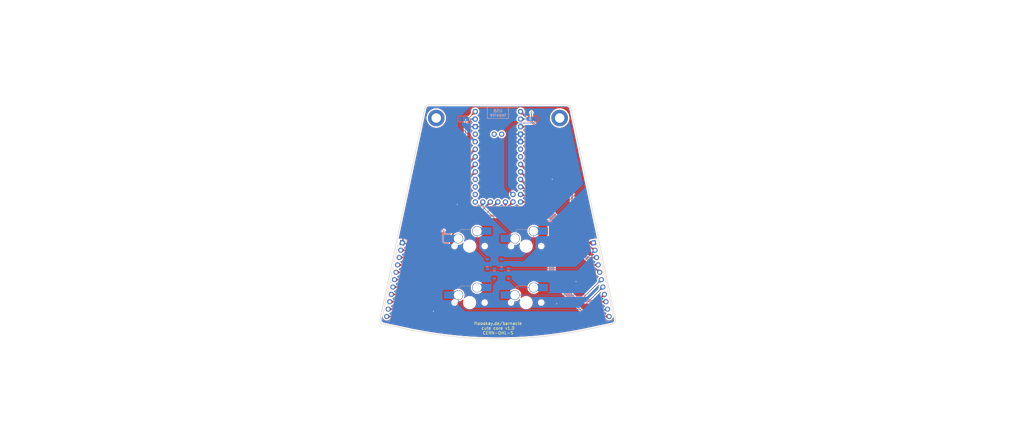
<source format=kicad_pcb>
(kicad_pcb (version 20240108) (generator "pcbnew") (generator_version "8.0")
  (layers (0 "F.Cu" signal) (31 "B.Cu" signal) (34 "B.Paste" user) (35 "F.Paste" user) (36 "B.SilkS" user "B.Silkscreen") (37 "F.SilkS" user "F.Silkscreen") (38 "B.Mask" user) (39 "F.Mask" user) (44 "Edge.Cuts" user))
  (net 0 "")
  (net 1 "col5")
  (net 2 "row2")
  (net 3 "row0")
  (net 4 "col4")
  (net 5 "col2")
  (net 6 "col3")
  (net 7 "row1")
  (net 8 "row3")
  (net 9 "col0")
  (net 10 "col1")
  (net 11 "col8")
  (net 12 "row5")
  (net 13 "col10")
  (net 14 "col6")
  (net 15 "GND")
  (net 16 "col9")
  (net 17 "row4")
  (net 18 "col7")
  (net 19 "col11")
  (net 20 "Net-(D5-A)")
  (net 23 "Net-(D6-A)")
  (net 24 "enc2")
  (net 25 "enc3")
  (net 27 "Net-(D8-A)")
  (net 28 "Net-(D9-A)")
  (net 29 "rgb")
  (net 30 "sda")
  (net 31 "vcc")
  (net 32 "scl")
  (net 33 "enc1")
  (net 34 "vccrgb")
  (net 35 "enc0")
  (net 36 "Net-(JP3-B)")
  (net 37 "Net-(JP3-A)")
  (net 38 "Net-(JP4-A)")
  (footprint "MountingHole:MountingHole_3.2mm_M3_DIN965_Pad" (layer "F.Cu") (at 219.0026 138.860167)
    (property "Reference" "H2" (hide yes))
    (property "Value" "MountingHole")
    (pad "1" thru_hole circle (at 0 0) (size 5.6 5.6) (drill 3.2) (layers "*.Cu" "*.Mask"))
  )
  (footprint "MountingHole:MountingHole_3.2mm_M3_DIN965_Pad" (layer "F.Cu") (at 177.4406 138.860167)
    (property "Reference" "H1" (hide yes))
    (property "Value" "MountingHole")
    (pad "1" thru_hole circle (at 0 0) (size 5.6 5.6) (drill 3.2) (layers "*.Cu" "*.Mask"))
  )
  (footprint "Symbol:OSHW-Symbol_6.7x6mm_Copper" (layer "F.Cu") (at 198.4375 208.75625)
    (property "Reference" "REF**" (hide yes))
    (property "Value" "OSHW-Symbol_6.7x6mm_Copper" (hide yes))
    (fp_poly (pts (xy 0.555814 -2.531069) (xy 0.639635 -2.086445) (xy 0.94892 -1.958947) (xy 1.258206 -1.831449) (xy 1.629246 -2.083754) (xy 1.733157 -2.154004) (xy 1.827087 -2.216728) (xy 1.906652 -2.269062) (xy 1.96747 -2.308143) (xy 2.005157 -2.331107) (xy 2.015421 -2.336058) (xy 2.03391 -2.323324) (xy 2.07342 -2.288118) (xy 2.129522 -2.234938) (xy 2.197787 -2.168282) (xy 2.273786 -2.092646) (xy 2.353092 -2.012528) (xy 2.431275 -1.932426) (xy 2.503907 -1.856836) (xy 2.566559 -1.790255) (xy 2.614803 -1.737182) (xy 2.64421 -1.702113) (xy 2.651241 -1.690377) (xy 2.641123 -1.66874) (xy 2.612759 -1.621338) (xy 2.569129 -1.552807) (xy 2.513218 -1.467785) (xy 2.448006 -1.370907) (xy 2.410219 -1.31565) (xy 2.341343 -1.214752) (xy 2.28014 -1.123701) (xy 2.229578 -1.04703) (xy 2.192628 -0.989272) (xy 2.172258 -0.954957) (xy 2.169197 -0.947746) (xy 2.176136 -0.927252) (xy 2.195051 -0.879487) (xy 2.223087 -0.811168) (xy 2.257391 -0.729011) (xy 2.295109 -0.63973) (xy 2.333387 -0.550042) (xy 2.36937 -0.466662) (xy 2.400206 -0.396306) (xy 2.423039 -0.34569) (xy 2.435017 -0.321529) (xy 2.435724 -0.320578) (xy 2.454531 -0.315964) (xy 2.504618 -0.305672) (xy 2.580793 -0.290713) (xy 2.677865 -0.272099) (xy 2.790643 -0.250841) (xy 2.856442 -0.238582) (xy 2.97695 -0.215638) (xy 3.085797 -0.193805) (xy 3.177476 -0.174278) (xy 3.246481 -0.158252) (xy 3.287304 -0.146921) (xy 3.295511 -0.143326) (xy 3.303548 -0.118994) (xy 3.310033 -0.064041) (xy 3.31497 0.015108) (xy 3.318364 0.112026) (xy 3.320218 0.220287) (xy 3.320538 0.333465) (xy 3.319327 0.445135) (xy 3.31659 0.548868) (xy 3.312331 0.638241) (xy 3.306555 0.706826) (xy 3.299267 0.748197) (xy 3.294895 0.75681) (xy 3.268764 0.767133) (xy 3.213393 0.781892) (xy 3.136107 0.799352) (xy 3.04423 0.81778) (xy 3.012158 0.823741) (xy 2.857524 0.852066) (xy 2.735375 0.874876) (xy 2.641673 0.89308) (xy 2.572384 0.907583) (xy 2.523471 0.919292) (xy 2.490897 0.929115) (xy 2.470628 0.937956) (xy 2.458626 0.946724) (xy 2.456947 0.948457) (xy 2.440184 0.976371) (xy 2.414614 1.030695) (xy 2.382788 1.104777) (xy 2.34726 1.191965) (xy 2.310583 1.285608) (xy 2.275311 1.379052) (xy 2.243996 1.465647) (xy 2.219193 1.53874) (xy 2.203454 1.591678) (xy 2.199332 1.617811) (xy 2.199676 1.618726) (xy 2.213641 1.640086) (xy 2.245322 1.687084) (xy 2.291391 1.754827) (xy 2.348518 1.838423) (xy 2.413373 1.932982) (xy 2.431843 1.959854) (xy 2.497699 2.057275) (xy 2.55565 2.146163) (xy 2.602538 2.221412) (xy 2.635207 2.27792) (xy 2.6505 2.310581) (xy 2.651241 2.314593) (xy 2.638392 2.335684) (xy 2.602888 2.377464) (xy 2.549293 2.435445) (xy 2.482171 2.505135) (xy 2.406087 2.582045) (xy 2.325604 2.661683) (xy 2.245287 2.739561) (xy 2.169699 2.811186) (xy 2.103405 2.87207) (xy 2.050969 2.917721) (xy 2.016955 2.94365) (xy 2.007545 2.947883) (xy 1.985643 2.937912) (xy 1.9408 2.91102) (xy 1.880321 2.871736) (xy 1.833789 2.840117) (xy 1.749475 2.782098) (xy 1.649626 2.713784) (xy 1.549473 2.645579) (xy 1.495627 2.609075) (xy 1.313371 2.4858) (xy 1.160381 2.56852) (xy 1.090682 2.604759) (xy 1.031414 2.632926) (xy 0.991311 2.648991) (xy 0.981103 2.651226) (xy 0.968829 2.634722) (xy 0.944613 2.588082) (xy 0.910263 2.515609) (xy 0.867588 2.421606) (xy 0.818394 2.310374) (xy 0.76449 2.186215) (xy 0.707684 2.053432) (xy 0.649782 1.916327) (xy 0.592593 1.779202) (xy 0.537924 1.646358) (xy 0.487584 1.522098) (xy 0.44338 1.410725) (xy 0.407119 1.316539) (xy 0.380609 1.243844) (xy 0.365658 1.196941) (xy 0.363254 1.180833) (xy 0.382311 1.160286) (xy 0.424036 1.126933) (xy 0.479706 1.087702) (xy 0.484378 1.084599) (xy 0.628264 0.969423) (xy 0.744283 0.835053) (xy 0.83143 0.685784) (xy 0.888699 0.525913) (xy 0.915086 0.359737) (xy 0.909585 0.191552) (xy 0.87119 0.025655) (xy 0.798895 -0.133658) (xy 0.777626 -0.168513) (xy 0.666996 -0.309263) (xy 0.536302 -0.422286) (xy 0.390064 -0.506997) (xy 0.232808 -0.562806) (xy 0.069057 -0.589126) (xy -0.096667 -0.58537) (xy -0.259838 -0.55095) (xy -0.415935 -0.485277) (xy -0.560433 -0.387765) (xy -0.605131 -0.348187) (xy -0.718888 -0.224297) (xy -0.801782 -0.093876) (xy -0.858644 0.052315) (xy -0.890313 0.197088) (xy -0.898131 0.35986) (xy -0.872062 0.52344) (xy -0.814755 0.682298) (xy -0.728856 0.830906) (xy -0.617014 0.963735) (xy -0.481877 1.075256) (xy -0.464117 1.087011) (xy -0.40785 1.125508) (xy -0.365077 1.158863) (xy -0.344628 1.18016) (xy -0.344331 1.180833) (xy -0.348721 1.203871) (xy -0.366124 1.256157) (xy -0.394732 1.33339) (xy -0.432735 1.431268) (xy -0.478326 1.545491) (xy -0.529697 1.671758) (xy -0.585038 1.805767) (xy -0.642542 1.943218) (xy -0.700399 2.079808) (xy -0.756802 2.211237) (xy -0.809942 2.333205) (xy -0.85801 2.441409) (xy -0.899199 2.531549) (xy -0.931699 2.599323) (xy -0.953703 2.64043) (xy -0.962564 2.651226) (xy -0.98964 2.642819) (xy -1.040303 2.620272) (xy -1.105817 2.587613) (xy -1.141841 2.56852) (xy -1.294832 2.4858) (xy -1.477088 2.609075) (xy -1.570125 2.672228) (xy -1.671985 2.741727) (xy -1.767438 2.807165) (xy -1.81525 2.840117) (xy -1.882495 2.885273) (xy -1.939436 2.921057) (xy -1.978646 2.942938) (xy -1.991381 2.947563) (xy -2.009917 2.935085) (xy -2.050941 2.900252) (xy -2.110475 2.846678) (xy -2.184542 2.777983) (xy -2.269165 2.697781) (xy -2.322685 2.646286) (xy -2.416319 2.554286) (xy -2.497241 2.471999) (xy -2.562177 2.402945) (xy -2.607858 2.350644) (xy -2.631011 2.318616) (xy -2.633232 2.312116) (xy -2.622924 2.287394) (xy -2.594439 2.237405) (xy -2.550937 2.167212) (xy -2.495577 2.081875) (xy -2.43152 1.986456) (xy -2.413303 1.959854) (xy -2.346927 1.863167) (xy -2.287378 1.776117) (xy -2.237984 1.703595) (xy -2.202075 1.650493) (xy -2.182981 1.621703) (xy -2.181136 1.618726) (xy -2.183895 1.595782) (xy -2.198538 1.545336) (xy -2.222513 1.474041) (xy -2.253266 1.388547) (xy -2.288244 1.295507) (xy -2.324893 1.201574) (xy -2.360661 1.113399) (xy -2.392994 1.037634) (xy -2.419338 0.980931) (xy -2.437142 0.949943) (xy -2.438407 0.948457) (xy -2.449294 0.939601) (xy -2.467682 0.930843) (xy -2.497606 0.921277) (xy -2.543103 0.909996) (xy -2.608209 0.896093) (xy -2.696961 0.878663) (xy -2.813393 0.856798) (xy -2.961542 0.829591) (xy -2.993618 0.823741) (xy -3.088686 0.805374) (xy -3.171565 0.787405) (xy -3.23493 0.771569) (xy -3.271458 0.7596) (xy -3.276356 0.75681) (xy -3.284427 0.732072) (xy -3.290987 0.67679) (xy -3.296033 0.597389) (xy -3.299559 0.500296) (xy -3.301561 0.391938) (xy -3.302036 0.27874) (xy -3.300977 0.167128) (xy -3.298382 0.063529) (xy -3.294246 -0.025632) (xy -3.288563 -0.093928) (xy -3.281331 -0.134934) (xy -3.276971 -0.143326) (xy -3.252698 -0.151792) (xy -3.197426 -0.165565) (xy -3.116662 -0.18345) (xy -3.015912 -0.204252) (xy -2.900683 -0.226777) (xy -2.837902 -0.238582) (xy -2.718787 -0.260849) (xy -2.612565 -0.281021) (xy -2.524427 -0.298085) (xy -2.459566 -0.311031) (xy -2.423174 -0.318845) (xy -2.417184 -0.320578) (xy -2.407061 -0.34011) (xy -2.385662 -0.387157) (xy -2.355839 -0.454997) (xy -2.320445 -0.536909) (xy -2.282332 -0.626172) (xy -2.244353 -0.716065) (xy -2.20936 -0.799865) (xy -2.180206 -0.870853) (xy -2.159743 -0.922306) (xy -2.150823 -0.947503) (xy -2.150657 -0.948604) (xy -2.160769 -0.968481) (xy -2.189117 -1.014223) (xy -2.232723 -1.081283) (xy -2.288606 -1.165116) (xy -2.353787 -1.261174) (xy -2.391679 -1.31635) (xy -2.460725 -1.417519) (xy -2.52205 -1.50937) (xy -2.572663 -1.587256) (xy -2.609571 -1.646531) (xy -2.629782 -1.682549) (xy -2.632701 -1.690623) (xy -2.620153 -1.709416) (xy -2.585463 -1.749543) (xy -2.533063 -1.806507) (xy -2.467384 -1.875815) (xy -2.392856 -1.952969) (xy -2.313913 -2.033475) (xy -2.234983 -2.112837) (xy -2.1605 -2.18656) (xy -2.094894 -2.250148) (xy -2.042596 -2.299106) (xy -2.008039 -2.328939) (xy -1.996478 -2.336058) (xy -1.977654 -2.326047) (xy -1.932631 -2.297922) (xy -1.865787 -2.254546) (xy -1.781499 -2.198782) (xy -1.684144 -2.133494) (xy -1.610707 -2.083754) (xy -1.239667 -1.831449) (xy -0.621095 -2.086445) (xy -0.537275 -2.531069) (xy -0.453454 -2.975693) (xy 0.471994 -2.975693) (xy 0.555814 -2.531069)) (stroke (width 0.01)) (fill solid) (layer "F.Cu"))
  )
  (footprint "Connector_PinHeader_2.54mm:PinHeader_1x11_P2.54mm_Vertical" (layer "B.Cu") (at 230.399607 180.945708 -168)
    (property "Reference" "J2" (hide yes))
    (property "Value" "Conn_01x11")
    (fp_line (start 1.33 -1.27) (end -1.33 -1.27) (stroke (width 0.12)) (layer "B.SilkS"))
    (fp_line (start 0.000001 1.33) (end -1.33 1.33) (stroke (width 0.12)) (layer "B.SilkS"))
    (fp_line (start -1.33 1.33) (end -1.33 0.000001) (stroke (width 0.12)) (layer "B.SilkS"))
    (fp_line (start 1.33 -26.73) (end 1.33 -1.27) (stroke (width 0.12)) (layer "B.SilkS"))
    (fp_line (start 1.33 -26.73) (end -1.33 -26.73) (stroke (width 0.12)) (layer "B.SilkS"))
    (fp_line (start -1.33 -26.73) (end -1.33 -1.27) (stroke (width 0.12)) (layer "B.SilkS"))
    (pad "1" thru_hole rect (at 0 0 192) (size 1.7 1.7) (drill 1) (layers "*.Cu" "*.Mask") (net 29 "rgb"))
    (pad "2" thru_hole oval (at 0.000001 -2.54 192) (size 1.7 1.7) (drill 1) (layers "*.Cu" "*.Mask") (net 12 "row5"))
    (pad "3" thru_hole oval (at -0.000001 -5.08 192) (size 1.7 1.7) (drill 1) (layers "*.Cu" "*.Mask") (net 19 "col11"))
    (pad "4" thru_hole oval (at 0 -7.62 192) (size 1.7 1.7) (drill 1) (layers "*.Cu" "*.Mask") (net 13 "col10"))
    (pad "5" thru_hole oval (at 0 -10.16 192) (size 1.7 1.7) (drill 1) (layers "*.Cu" "*.Mask") (net 16 "col9"))
    (pad "6" thru_hole oval (at 0 -12.700002 192) (size 1.7 1.7) (drill 1) (layers "*.Cu" "*.Mask") (net 11 "col8"))
    (pad "7" thru_hole oval (at 0 -15.24 192) (size 1.7 1.7) (drill 1) (layers "*.Cu" "*.Mask") (net 18 "col7"))
    (pad "8" thru_hole oval (at 0 -17.78 192) (size 1.7 1.7) (drill 1) (layers "*.Cu" "*.Mask") (net 14 "col6"))
    (pad "9" thru_hole oval (at 0 -20.32 192) (size 1.7 1.7) (drill 1) (layers "*.Cu" "*.Mask") (net 34 "vccrgb"))
    (pad "10" thru_hole oval (at 0 -22.86 192) (size 1.7 1.7) (drill 1) (layers "*.Cu" "*.Mask") (net 15 "GND"))
    (pad "11" thru_hole oval (at 0 -25.4 192) (size 1.7 1.7) (drill 1) (layers "*.Cu" "*.Mask") (net 17 "row4"))
  )
  (footprint "Connector_PinHeader_2.54mm:PinHeader_1x11_P2.54mm_Vertical" (layer "B.Cu") (at 166.008871 180.945708 168)
    (property "Reference" "J1" (hide yes))
    (property "Value" "Conn_01x11")
    (fp_line (start 1.33 -26.73) (end -1.33 -26.73) (stroke (width 0.12)) (layer "B.SilkS"))
    (fp_line (start 1.33 -26.73) (end 1.33 -1.27) (stroke (width 0.12)) (layer "B.SilkS"))
    (fp_line (start -1.33 -26.73) (end -1.33 -1.27) (stroke (width 0.12)) (layer "B.SilkS"))
    (fp_line (start 1.33 -1.27) (end -1.33 -1.27) (stroke (width 0.12)) (layer "B.SilkS"))
    (fp_line (start -0.000001 1.33) (end -1.33 1.33) (stroke (width 0.12)) (layer "B.SilkS"))
    (fp_line (start -1.33 1.33) (end -1.33 -0.000001) (stroke (width 0.12)) (layer "B.SilkS"))
    (pad "1" thru_hole rect (at 0 0 168) (size 1.7 1.7) (drill 1) (layers "*.Cu" "*.Mask") (net 15 "GND"))
    (pad "2" thru_hole oval (at 0 -2.54 168) (size 1.7 1.7) (drill 1) (layers "*.Cu" "*.Mask") (net 9 "col0"))
    (pad "3" thru_hole oval (at 0 -5.08 168) (size 1.7 1.7) (drill 1) (layers "*.Cu" "*.Mask") (net 10 "col1"))
    (pad "4" thru_hole oval (at 0 -7.62 168) (size 1.7 1.7) (drill 1) (layers "*.Cu" "*.Mask") (net 5 "col2"))
    (pad "5" thru_hole oval (at 0 -10.16 168) (size 1.7 1.7) (drill 1) (layers "*.Cu" "*.Mask") (net 6 "col3"))
    (pad "6" thru_hole oval (at -0.000002 -12.7 168) (size 1.7 1.7) (drill 1) (layers "*.Cu" "*.Mask") (net 4 "col4"))
    (pad "7" thru_hole oval (at 0 -15.24 168) (size 1.7 1.7) (drill 1) (layers "*.Cu" "*.Mask") (net 1 "col5"))
    (pad "8" thru_hole oval (at 0 -17.78 168) (size 1.7 1.7) (drill 1) (layers "*.Cu" "*.Mask") (net 3 "row0"))
    (pad "9" thru_hole oval (at 0 -20.32 168) (size 1.7 1.7) (drill 1) (layers "*.Cu" "*.Mask") (net 7 "row1"))
    (pad "10" thru_hole oval (at 0 -22.86 168) (size 1.7 1.7) (drill 1) (layers "*.Cu" "*.Mask") (net 2 "row2"))
    (pad "11" thru_hole oval (at 0 -25.4 168) (size 1.7 1.7) (drill 1) (layers "*.Cu" "*.Mask") (net 8 "row3"))
  )
  (footprint "PCM_marbastlib-mx:SW_MX_HS_S_CPG151101S11_1u" (layer "B.Cu") (at 188.67 201.1 180)
    (property "Reference" "SW8" (hide yes))
    (property "Value" "SW_Push_45deg")
    (fp_line (start 2.542893 5.6) (end -0.5 5.6) (stroke (width 0.12)) (layer "B.SilkS"))
    (fp_arc (start 3.542893 4.6) (mid 3.249998 5.307105) (end 2.542893 5.6) (stroke (width 0.12)) (layer "B.SilkS"))
    (pad "" np_thru_hole circle (at -5.08 0 180) (size 1.75 1.75) (drill 1.75) (layers "*.Cu" "*.Mask"))
    (pad "" np_thru_hole circle (at 0 0 180) (size 3.9878 3.9878) (drill 3.9878) (layers "*.Cu" "*.Mask"))
    (pad "" np_thru_hole circle (at 5.08 0 180) (size 1.75 1.75) (drill 1.75) (layers "*.Cu" "*.Mask"))
    (pad "1" thru_hole circle (at 3.81 2.54 180) (size 3.3 3.3) (drill 3) (layers "*.Cu" "*.Mask") (net 18 "col7"))
    (pad "1" smd rect (at 5.635 2.54) (size 1.65 2.5) (layers "B.Cu") (net 18 "col7"))
    (pad "1" smd roundrect (at 7.36 2.54 180) (size 2.55 2.5) (layers "B.Cu" "B.Paste" "B.Mask") (roundrect_rratio 0.1) (net 18 "col7"))
    (pad "2" smd roundrect (at -6.09 5.08 180) (size 2.55 2.5) (layers "B.Cu" "B.Paste" "B.Mask") (roundrect_rratio 0.1) (net 27 "Net-(D8-A)"))
    (pad "2" smd rect (at -4.34 5.08 180) (size 1.65 2.5) (layers "B.Cu") (net 27 "Net-(D8-A)"))
    (pad "2" thru_hole circle (at -2.54 5.08 180) (size 3.3 3.3) (drill 3) (layers "*.Cu" "*.Mask") (net 27 "Net-(D8-A)"))
  )
  (footprint "Jumper:SolderJumper-3_P1.3mm_Open_RoundedPad1.0x1.5mm" (layer "B.Cu") (at 209.677 139.192 180)
    (property "Reference" "JP3" (hide yes))
    (property "Value" "Jumper_3_Open")
    (fp_line (start 2.05 -0.3) (end 2.05 0.3) (stroke (width 0.12)) (layer "B.SilkS"))
    (fp_line (start 1.4 1) (end -1.4 1) (stroke (width 0.12)) (layer "B.SilkS"))
    (fp_line (start -0.9 -1.5) (end -1.2 -1.2) (stroke (width 0.12)) (layer "B.SilkS"))
    (fp_line (start -0.9 -1.5) (end -1.5 -1.5) (stroke (width 0.12)) (layer "B.SilkS"))
    (fp_line (start -1.4 -1) (end 1.4 -1) (stroke (width 0.12)) (layer "B.SilkS"))
    (fp_line (start -1.5 -1.5) (end -1.2 -1.2) (stroke (width 0.12)) (layer "B.SilkS"))
    (fp_line (start -2.05 0.3) (end -2.05 -0.3) (stroke (width 0.12)) (layer "B.SilkS"))
    (fp_arc (start 2.05 0.3) (mid 1.844975 0.794975) (end 1.35 1) (stroke (width 0.12)) (layer "B.SilkS"))
    (fp_arc (start 1.35 -1) (mid 1.844975 -0.794975) (end 2.05 -0.3) (stroke (width 0.12)) (layer "B.SilkS"))
    (fp_arc (start -1.35 1) (mid -1.844975 0.794975) (end -2.05 0.3) (stroke (width 0.12)) (layer "B.SilkS"))
    (fp_arc (start -2.05 -0.3) (mid -1.844975 -0.794975) (end -1.35 -1) (stroke (width 0.12)) (layer "B.SilkS"))
    (pad "1" smd custom (at -1.3 0 180) (size 1 0.5) (layers "B.Cu" "B.Mask") (net 37 "Net-(JP3-A)") (options (clearance outline) (anchor rect)) (primitives (gr_circle (center 0 -0.25) (end 0.5 -0.25) (width 0) (fill yes)) (gr_circle (center 0 0.25) (end 0.5 0.25) (width 0) (fill yes)) (gr_poly (pts (xy 0.55 -0.75) (xy 0 -0.75) (xy 0 0.75) (xy 0.55 0.75)) (width 0) (fill yes))))
    (pad "2" smd rect (at 0 0 180) (size 1 1.5) (layers "B.Cu" "B.Mask") (net 29 "rgb"))
    (pad "3" smd custom (at 1.3 0 180) (size 1 0.5) (layers "B.Cu" "B.Mask") (net 36 "Net-(JP3-B)") (options (clearance outline) (anchor rect)) (primitives (gr_circle (center 0 -0.25) (end 0.5 -0.25) (width 0) (fill yes)) (gr_circle (center 0 0.25) (end 0.5 0.25) (width 0) (fill yes)) (gr_poly (pts (xy 0 -0.75) (xy -0.55 -0.75) (xy -0.55 0.75) (xy 0 0.75)) (width 0) (fill yes))))
  )
  (footprint "PCM_marbastlib-xp-promicroish:Helios_AH_USBup" (layer "B.Cu") (at 198.200946 153.2 180)
    (property "Reference" "U1" (hide yes))
    (property "Value" "Helios")
    (fp_line (start 9.09 16.51) (end 9.09 -13.97) (stroke (width 0.15)) (layer "B.SilkS"))
    (fp_line (start 7.62 -15.44) (end -7.62 -15.44) (stroke (width 0.15)) (layer "B.SilkS"))
    (fp_line (start 3.55 17.98) (end 3.55 14.2) (stroke (width 0.15)) (layer "B.SilkS"))
    (fp_line (start -3.55 17.98) (end -3.55 14.2) (stroke (width 0.15)) (layer "B.SilkS"))
    (fp_line (start -3.55 14.2) (end 3.55 14.2) (stroke (width 0.15)) (layer "B.SilkS"))
    (fp_line (start -7.62 17.98) (end 7.62 17.98) (stroke (width 0.15)) (layer "B.SilkS"))
    (fp_line (start -9.09 -13.97) (end -9.09 16.51) (stroke (width 0.15)) (layer "B.SilkS"))
    (fp_arc (start 9.09 16.51) (mid 8.659447 17.549447) (end 7.62 17.98) (stroke (width 0.15)) (layer "B.SilkS"))
    (fp_arc (start 7.62 -15.44) (mid 8.659447 -15.009447) (end 9.09 -13.97) (stroke (width 0.15)) (layer "B.SilkS"))
    (fp_arc (start -7.62 17.98) (mid -8.659446 17.549446) (end -9.09 16.51) (stroke (width 0.15)) (layer "B.SilkS"))
    (fp_arc (start -9.09 -13.97) (mid -8.659447 -15.009447) (end -7.62 -15.44) (stroke (width 0.15)) (layer "B.SilkS"))
    (fp_text user "USB" (at 0 16.2 0) (layer "B.SilkS") (effects (justify bottom mirror)))
    (fp_text user "topside" (at 0 14.8 0) (layer "B.SilkS") (effects (justify bottom mirror)))
    (pad "1" thru_hole circle (at -7.62 13.97 180) (size 1.8 1.8) (drill 1) (layers "*.Cu" "F.Mask") (net 36 "Net-(JP3-B)"))
    (pad "2" thru_hole circle (at -7.62 11.43 180) (size 1.8 1.8) (drill 1) (layers "*.Cu" "F.Mask") (net 19 "col11"))
    (pad "3" thru_hole roundrect (at -7.62 8.89 180) (size 1.8 1.8) (drill 1) (layers "*.Cu" "F.Mask") (net 15 "GND"))
    (pad "4" thru_hole roundrect (at -7.62 6.35 180) (size 1.8 1.8) (drill 1) (layers "*.Cu" "F.Mask") (net 15 "GND"))
    (pad "5" thru_hole circle (at -7.62 3.81 180) (size 1.8 1.8) (drill 1) (layers "*.Cu" "F.Mask") (net 30 "sda"))
    (pad "6" thru_hole circle (at -7.62 1.27 180) (size 1.8 1.8) (drill 1) (layers "*.Cu" "F.Mask") (net 32 "scl"))
    (pad "7" thru_hole circle (at -7.62 -1.27 180) (size 1.8 1.8) (drill 1) (layers "*.Cu" "F.Mask") (net 13 "col10"))
    (pad "8" thru_hole circle (at -7.62 -3.81 180) (size 1.8 1.8) (drill 1) (layers "*.Cu" "F.Mask") (net 16 "col9"))
    (pad "9" thru_hole circle (at -7.62 -6.35 180) (size 1.8 1.8) (drill 1) (layers "*.Cu" "F.Mask") (net 11 "col8"))
    (pad "10" thru_hole circle (at -7.62 -8.89 180) (size 1.8 1.8) (drill 1) (layers "*.Cu" "F.Mask") (net 18 "col7"))
    (pad "11" thru_hole circle (at -7.62 -11.43 180) (size 1.8 1.8) (drill 1) (layers "*.Cu" "F.Mask") (net 14 "col6"))
    (pad "12" thru_hole circle (at -7.62 -13.97 180) (size 1.8 1.8) (drill 1) (layers "*.Cu" "F.Mask") (net 17 "row4"))
    (pad "13" thru_hole circle (at 7.62 13.97 180) (size 1.8 1.8) (drill 1) (layers "*.Cu" "F.Mask") (net 38 "Net-(JP4-A)"))
    (pad "14" thru_hole roundrect (at 7.62 11.43 180) (size 1.8 1.8) (drill 1) (layers "*.Cu" "F.Mask") (net 15 "GND"))
    (pad "15" thru_hole circle (at 7.62 8.89 180) (size 1.8 1.8) (drill 1) (layers "*.Cu" "F.Mask"))
    (pad "16" thru_hole circle (at 7.62 6.35 180) (size 1.8 1.8) (drill 1) (layers "*.Cu" "F.Mask") (net 31 "vcc"))
    (pad "17" thru_hole circle (at 7.62 3.81 180) (size 1.8 1.8) (drill 1) (layers "*.Cu" "F.Mask") (net 10 "col1"))
    (pad "18" thru_hole circle (at 7.62 1.27 180) (size 1.8 1.8) (drill 1) (layers "*.Cu" "F.Mask") (net 5 "col2"))
    (pad "19" thru_hole circle (at 7.62 -1.27 180) (size 1.8 1.8) (drill 1) (layers "*.Cu" "F.Mask") (net 6 "col3"))
    (pad "20" thru_hole circle (at 7.62 -3.81 180) (size 1.8 1.8) (drill 1) (layers "*.Cu" "F.Mask") (net 4 "col4"))
    (pad "21" thru_hole circle (at 7.62 -6.35 180) (size 1.8 1.8) (drill 1) (layers "*.Cu" "F.Mask") (net 24 "enc2"))
    (pad "22" thru_hole circle (at 7.62 -8.89 180) (size 1.8 1.8) (drill 1) (layers "*.Cu" "F.Mask") (net 25 "enc3"))
    (pad "23" thru_hole circle (at 7.62 -11.43 180) (size 1.8 1.8) (drill 1) (layers "*.Cu" "F.Mask") (net 35 "enc0"))
    (pad "24" thru_hole circle (at 7.62 -13.97 180) (size 1.8 1.8) (drill 1) (layers "*.Cu" "F.Mask") (net 33 "enc1"))
    (pad "25" thru_hole circle (at -5.08 -13.97 180) (size 1.8 1.8) (drill 1) (layers "*.Cu" "F.Mask") (net 8 "row3"))
    (pad "26" thru_hole circle (at -2.54 -13.97 180) (size 1.8 1.8) (drill 1) (layers "*.Cu" "F.Mask") (net 2 "row2"))
    (pad "27" thru_hole circle (at 0 -13.97 180) (size 1.8 1.8) (drill 1) (layers "*.Cu" "F.Mask") (net 7 "row1"))
    (pad "28" thru_hole circle (at 2.54 -13.97 180) (size 1.8 1.8) (drill 1) (layers "*.Cu" "F.Mask") (net 3 "row0"))
    (pad "29" thru_hole circle (at 5.08 -13.97 180) (size 1.8 1.8) (drill 1) (layers "*.Cu" "F.Mask") (net 1 "col5"))
    (pad "30" thru_hole circle (at 7.62 16.51 180) (size 1.8 1.8) (drill 1) (layers "*.Cu" "F.Mask") (net 9 "col0"))
    (pad "31" thru_hole circle (at -7.62 16.51 180) (size 1.8 1.8) (drill 1) (layers "*.Cu" "F.Mask") (net 12 "row5"))
    (pad "32" thru_hole circle (at -1.27 8.89 180) (size 1.8 1.8) (drill 1) (layers "*.Cu" "F.Mask"))
    (pad "33" thru_hole circle (at 1.27 8.89 180) (size 1.8 1.8) (drill 1) (layers "*.Cu" "F.Mask"))
    (pad "34" thru_hole circle (at -5.08 -11.43 180) (size 1.8 1.8) (drill 1) (layers "*.Cu" "F.Mask") (net 37 "Net-(JP3-A)"))
  )
  (footprint "barnacle:D_SOD-123-minimal" (layer "B.Cu") (at 199.38125 188.11875 90)
    (property "Reference" "D6" (hide yes))
    (property "Value" "D")
    (fp_line (start -0.9 -0.425) (end -0.9 0.425) (stroke (width 0.2)) (layer "B.SilkS"))
    (pad "1" smd roundrect (at -1.65 0 90) (size 0.9 1.2) (layers "B.Cu" "B.Paste" "B.Mask") (net 12 "row5"))
    (pad "2" smd roundrect (at 1.65 0 90) (size 0.9 1.2) (layers "B.Cu" "B.Paste" "B.Mask") (net 23 "Net-(D6-A)"))
  )
  (footprint "barnacle:D_SOD-123-minimal" (layer "B.Cu") (at 201.7625 191.29375 -90)
    (property "Reference" "D9" (hide yes))
    (property "Value" "D")
    (fp_line (start -0.9 -0.425) (end -0.9 0.425) (stroke (width 0.2)) (layer "B.SilkS"))
    (pad "1" smd roundrect (at -1.65 0 270) (size 0.9 1.2) (layers "B.Cu" "B.Paste" "B.Mask") (net 12 "row5"))
    (pad "2" smd roundrect (at 1.65 0 270) (size 0.9 1.2) (layers "B.Cu" "B.Paste" "B.Mask") (net 28 "Net-(D9-A)"))
  )
  (footprint "PCM_marbastlib-mx:SW_MX_HS_S_CPG151101S11_1u" (layer "B.Cu") (at 207.72 182.05 180)
    (property "Reference" "SW6" (hide yes))
    (property "Value" "SW_Push_45deg")
    (fp_line (start 2.542893 5.6) (end -0.5 5.6) (stroke (width 0.12)) (layer "B.SilkS"))
    (fp_arc (start 3.542893 4.6) (mid 3.249998 5.307105) (end 2.542893 5.6) (stroke (width 0.12)) (layer "B.SilkS"))
    (pad "" np_thru_hole circle (at -5.08 0 180) (size 1.75 1.75) (drill 1.75) (layers "*.Cu" "*.Mask"))
    (pad "" np_thru_hole circle (at 0 0 180) (size 3.9878 3.9878) (drill 3.9878) (layers "*.Cu" "*.Mask"))
    (pad "" np_thru_hole circle (at 5.08 0 180) (size 1.75 1.75) (drill 1.75) (layers "*.Cu" "*.Mask"))
    (pad "1" thru_hole circle (at 3.81 2.54 180) (size 3.3 3.3) (drill 3) (layers "*.Cu" "*.Mask") (net 1 "col5"))
    (pad "1" smd rect (at 5.635 2.54) (size 1.65 2.5) (layers "B.Cu") (net 1 "col5"))
    (pad "1" smd roundrect (at 7.36 2.54 180) (size 2.55 2.5) (layers "B.Cu" "B.Paste" "B.Mask") (roundrect_rratio 0.1) (net 1 "col5"))
    (pad "2" smd roundrect (at -6.09 5.08 180) (size 2.55 2.5) (layers "B.Cu" "B.Paste" "B.Mask") (roundrect_rratio 0.1) (net 23 "Net-(D6-A)"))
    (pad "2" smd rect (at -4.34 5.08 180) (size 1.65 2.5) (layers "B.Cu") (net 23 "Net-(D6-A)"))
    (pad "2" thru_hole circle (at -2.54 5.08 180) (size 3.3 3.3) (drill 3) (layers "*.Cu" "*.Mask") (net 23 "Net-(D6-A)"))
  )
  (footprint "barnacle:D_SOD-123-minimal" (layer "B.Cu") (at 197 191.29375 -90)
    (property "Reference" "D8" (hide yes))
    (property "Value" "D")
    (fp_line (start -0.9 -0.425) (end -0.9 0.425) (stroke (width 0.2)) (layer "B.SilkS"))
    (pad "1" smd roundrect (at -1.65 0 270) (size 0.9 1.2) (layers "B.Cu" "B.Paste" "B.Mask") (net 12 "row5"))
    (pad "2" smd roundrect (at 1.65 0 270) (size 0.9 1.2) (layers "B.Cu" "B.Paste" "B.Mask") (net 27 "Net-(D8-A)"))
  )
  (footprint "PCM_marbastlib-mx:SW_MX_HS_S_CPG151101S11_1u" (layer "B.Cu") (at 207.72 201.1 180)
    (property "Reference" "SW9" (hide yes))
    (property "Value" "SW_Push_45deg")
    (fp_line (start 2.542893 5.6) (end -0.5 5.6) (stroke (width 0.12)) (layer "B.SilkS"))
    (fp_arc (start 3.542893 4.6) (mid 3.249998 5.307105) (end 2.542893 5.6) (stroke (width 0.12)) (layer "B.SilkS"))
    (pad "" np_thru_hole circle (at -5.08 0 180) (size 1.75 1.75) (drill 1.75) (layers "*.Cu" "*.Mask"))
    (pad "" np_thru_hole circle (at 0 0 180) (size 3.9878 3.9878) (drill 3.9878) (layers "*.Cu" "*.Mask"))
    (pad "" np_thru_hole circle (at 5.08 0 180) (size 1.75 1.75) (drill 1.75) (layers "*.Cu" "*.Mask"))
    (pad "1" thru_hole circle (at 3.81 2.54 180) (size 3.3 3.3) (drill 3) (layers "*.Cu" "*.Mask") (net 11 "col8"))
    (pad "1" smd rect (at 5.635 2.54) (size 1.65 2.5) (layers "B.Cu") (net 11 "col8"))
    (pad "1" smd roundrect (at 7.36 2.54 180) (size 2.55 2.5) (layers "B.Cu" "B.Paste" "B.Mask") (roundrect_rratio 0.1) (net 11 "col8"))
    (pad "2" smd roundrect (at -6.09 5.08 180) (size 2.55 2.5) (layers "B.Cu" "B.Paste" "B.Mask") (roundrect_rratio 0.1) (net 28 "Net-(D9-A)"))
    (pad "2" smd rect (at -4.34 5.08 180) (size 1.65 2.5) (layers "B.Cu") (net 28 "Net-(D9-A)"))
    (pad "2" thru_hole circle (at -2.54 5.08 180) (size 3.3 3.3) (drill 3) (layers "*.Cu" "*.Mask") (net 28 "Net-(D9-A)"))
  )
  (footprint "Jumper:SolderJumper-3_P1.3mm_Open_RoundedPad1.0x1.5mm" (layer "B.Cu") (at 186.69 139.192 180)
    (property "Reference" "JP4" (hide yes))
    (property "Value" "Jumper_3_Open")
    (fp_line (start 2.05 -0.3) (end 2.05 0.3) (stroke (width 0.12)) (layer "B.SilkS"))
    (fp_line (start 1.4 1) (end -1.4 1) (stroke (width 0.12)) (layer "B.SilkS"))
    (fp_line (start -0.9 -1.5) (end -1.2 -1.2) (stroke (width 0.12)) (layer "B.SilkS"))
    (fp_line (start -0.9 -1.5) (end -1.5 -1.5) (stroke (width 0.12)) (layer "B.SilkS"))
    (fp_line (start -1.4 -1) (end 1.4 -1) (stroke (width 0.12)) (layer "B.SilkS"))
    (fp_line (start -1.5 -1.5) (end -1.2 -1.2) (stroke (width 0.12)) (layer "B.SilkS"))
    (fp_line (start -2.05 0.3) (end -2.05 -0.3) (stroke (width 0.12)) (layer "B.SilkS"))
    (fp_arc (start 2.05 0.3) (mid 1.844975 0.794975) (end 1.35 1) (stroke (width 0.12)) (layer "B.SilkS"))
    (fp_arc (start 1.35 -1) (mid 1.844975 -0.794975) (end 2.05 -0.3) (stroke (width 0.12)) (layer "B.SilkS"))
    (fp_arc (start -1.35 1) (mid -1.844975 0.794975) (end -2.05 0.3) (stroke (width 0.12)) (layer "B.SilkS"))
    (fp_arc (start -2.05 -0.3) (mid -1.844975 -0.794975) (end -1.35 -1) (stroke (width 0.12)) (layer "B.SilkS"))
    (pad "1" smd custom (at -1.3 0 180) (size 1 0.5) (layers "B.Cu" "B.Mask") (net 38 "Net-(JP4-A)") (options (clearance outline) (anchor rect)) (primitives (gr_circle (center 0 -0.25) (end 0.5 -0.25) (width 0) (fill yes)) (gr_circle (center 0 0.25) (end 0.5 0.25) (width 0) (fill yes)) (gr_poly (pts (xy 0.55 -0.75) (xy 0 -0.75) (xy 0 0.75) (xy 0.55 0.75)) (width 0) (fill yes))))
    (pad "2" smd rect (at 0 0 180) (size 1 1.5) (layers "B.Cu" "B.Mask") (net 34 "vccrgb"))
    (pad "3" smd custom (at 1.3 0 180) (size 1 0.5) (layers "B.Cu" "B.Mask") (net 31 "vcc") (options (clearance outline) (anchor rect)) (primitives (gr_circle (center 0 -0.25) (end 0.5 -0.25) (width 0) (fill yes)) (gr_circle (center 0 0.25) (end 0.5 0.25) (width 0) (fill yes)) (gr_poly (pts (xy 0 -0.75) (xy -0.55 -0.75) (xy -0.55 0.75) (xy 0 0.75)) (width 0) (fill yes))))
  )
  (footprint "barnacle:D_SOD-123-minimal" (layer "B.Cu") (at 194.61875 188.11875 90)
    (property "Reference" "D5" (hide yes))
    (property "Value" "D")
    (fp_line (start -0.9 -0.425) (end -0.9 0.425) (stroke (width 0.2)) (layer "B.SilkS"))
    (pad "1" smd roundrect (at -1.65 0 90) (size 0.9 1.2) (layers "B.Cu" "B.Paste" "B.Mask") (net 12 "row5"))
    (pad "2" smd roundrect (at 1.65 0 90) (size 0.9 1.2) (layers "B.Cu" "B.Paste" "B.Mask") (net 20 "Net-(D5-A)"))
  )
  (footprint "PCM_marbastlib-mx:SW_MX_HS_S_CPG151101S11_1u" (layer "B.Cu") (at 188.67 182.05 180)
    (property "Reference" "SW5" (hide yes))
    (property "Value" "SW_Push_45deg")
    (fp_line (start 2.542893 5.6) (end -0.5 5.6) (stroke (width 0.12)) (layer "B.SilkS"))
    (fp_arc (start 3.542893 4.6) (mid 3.249998 5.307105) (end 2.542893 5.6) (stroke (width 0.12)) (layer "B.SilkS"))
    (pad "" np_thru_hole circle (at -5.08 0 180) (size 1.75 1.75) (drill 1.75) (layers "*.Cu" "*.Mask"))
    (pad "" np_thru_hole circle (at 0 0 180) (size 3.9878 3.9878) (drill 3.9878) (layers "*.Cu" "*.Mask"))
    (pad "" np_thru_hole circle (at 5.08 0 180) (size 1.75 1.75) (drill 1.75) (layers "*.Cu" "*.Mask"))
    (pad "1" thru_hole circle (at 3.81 2.54 180) (size 3.3 3.3) (drill 3) (layers "*.Cu" "*.Mask") (net 4 "col4"))
    (pad "1" smd rect (at 5.635 2.54) (size 1.65 2.5) (layers "B.Cu") (net 4 "col4"))
    (pad "1" smd roundrect (at 7.36 2.54 180) (size 2.55 2.5) (layers "B.Cu" "B.Paste" "B.Mask") (roundrect_rratio 0.1) (net 4 "col4"))
    (pad "2" smd roundrect (at -6.09 5.08 180) (size 2.55 2.5) (layers "B.Cu" "B.Paste" "B.Mask") (roundrect_rratio 0.1) (net 20 "Net-(D5-A)"))
    (pad "2" smd rect (at -4.34 5.08 180) (size 1.65 2.5) (layers "B.Cu") (net 20 "Net-(D5-A)"))
    (pad "2" thru_hole circle (at -2.54 5.08 180) (size 3.3 3.3) (drill 3) (layers "*.Cu" "*.Mask") (net 20 "Net-(D5-A)"))
  )
  (gr_line (start 175.097744 134.423367) (end 221.249147 134.423367) (stroke (width 0.2)) (layer "Edge.Cuts"))
  (gr_arc (start 221.249147 134.423367) (mid 222.193127 134.757648) (end 222.716368 135.611499) (stroke (width 0.2)) (layer "Edge.Cuts"))
  (gr_line (start 159.711541 208.342098) (end 168.175247 210.141117) (stroke (width 0.2)) (layer "Edge.Cuts"))
  (gr_line (start 158.551295 206.553872) (end 173.630547 135.611467) (stroke (width 0.2)) (layer "Edge.Cuts"))
  (gr_arc (start 228.171647 210.141116) (mid 198.173487 213.294063) (end 168.175326 210.141133) (stroke (width 0.2)) (layer "Edge.Cuts"))
  (gr_arc (start 159.704979 208.340718) (mid 158.75884 207.690455) (end 158.549626 206.561629) (stroke (width 0.2)) (layer "Edge.Cuts"))
  (gr_arc (start 173.630526 135.611499) (mid 174.153765 134.757648) (end 175.097744 134.423367) (stroke (width 0.2)) (layer "Edge.Cuts"))
  (gr_line (start 236.641915 208.340718) (end 228.171647 210.141116) (stroke (width 0.2)) (layer "Edge.Cuts"))
  (gr_line (start 222.716368 135.611499) (end 237.798808 206.56897) (stroke (width 0.2)) (layer "Edge.Cuts"))
  (gr_arc (start 237.798808 206.56897) (mid 237.586008 207.693609) (end 236.641923 208.340756) (stroke (width 0.2)) (layer "Edge.Cuts"))
  (gr_text "floookay.de/barnacle\ncute core v1.0\nCERN-OHL-S" (at 198.25 211.93125 0) (layer "F.SilkS") (effects (font (size 1 1)) (justify bottom)))
  (segment (start 187.337256 170.4) (end 190.5 170.4) (width 0.2) (layer "F.Cu") (net 1))
  (segment (start 172.384579 195.852677) (end 179.9 188.337256) (width 0.2) (layer "F.Cu") (net 1))
  (segment (start 190.5 170.4) (end 193.120946 167.779054) (width 0.2) (layer "F.Cu") (net 1))
  (segment (start 193.120946 167.779054) (end 193.120946 167.17) (width 0.2) (layer "F.Cu") (net 1))
  (segment (start 179.9 177.837256) (end 187.337256 170.4) (width 0.2) (layer "F.Cu") (net 1))
  (segment (start 179.9 188.337256) (end 179.9 177.837256) (width 0.2) (layer "F.Cu") (net 1))
  (segment (start 162.840297 195.852677) (end 172.384579 195.852677) (width 0.2) (layer "F.Cu") (net 1))
  (segment (start 193.120946 168.720946) (end 193.120946 167.17) (width 0.2) (layer "B.Cu") (net 1))
  (segment (start 203.91 179.51) (end 193.120946 168.720946) (width 0.2) (layer "B.Cu") (net 1))
  (segment (start 181.1 188.834314) (end 181.1 178.334314) (width 0.2) (layer "F.Cu") (net 2))
  (segment (start 187.834314 171.6) (end 198.28526 171.6) (width 0.2) (layer "F.Cu") (net 2))
  (segment (start 181.1 178.334314) (end 187.834314 171.6) (width 0.2) (layer "F.Cu") (net 2))
  (segment (start 161.25601 203.306162) (end 166.628152 203.306162) (width 0.2) (layer "F.Cu") (net 2))
  (segment (start 198.28526 171.6) (end 200.740946 169.144314) (width 0.2) (layer "F.Cu") (net 2))
  (segment (start 166.628152 203.306162) (end 181.1 188.834314) (width 0.2) (layer "F.Cu") (net 2))
  (segment (start 200.740946 169.144314) (end 200.740946 167.17) (width 0.2) (layer "F.Cu") (net 2))
  (segment (start 162.312201 198.337172) (end 170.46577 198.337172) (width 0.2) (layer "F.Cu") (net 3))
  (segment (start 192.030946 170.8) (end 195.660946 167.17) (width 0.2) (layer "F.Cu") (net 3))
  (segment (start 180.3 188.502942) (end 180.3 178.002942) (width 0.2) (layer "F.Cu") (net 3))
  (segment (start 180.3 178.002942) (end 187.502942 170.8) (width 0.2) (layer "F.Cu") (net 3))
  (segment (start 170.46577 198.337172) (end 180.3 188.502942) (width 0.2) (layer "F.Cu") (net 3))
  (segment (start 187.502942 170.8) (end 192.030946 170.8) (width 0.2) (layer "F.Cu") (net 3))
  (segment (start 190.580946 157.01) (end 179.5 168.090946) (width 0.2) (layer "F.Cu") (net 4))
  (segment (start 179.5 176.5) (end 179.944363 176.944363) (width 0.2) (layer "F.Cu") (net 4))
  (segment (start 179.5 177.5) (end 179.5 188.17157) (width 0.2) (layer "F.Cu") (net 4))
  (segment (start 179.944363 176.944363) (end 179.944363 177.055637) (width 0.2) (layer "F.Cu") (net 4))
  (segment (start 163.368394 193.368183) (end 174.303387 193.368183) (width 0.2) (layer "F.Cu") (net 4))
  (segment (start 174.303387 193.368183) (end 179.5 188.17157) (width 0.2) (layer "F.Cu") (net 4))
  (segment (start 179.944363 177.055637) (end 179.5 177.5) (width 0.2) (layer "F.Cu") (net 4))
  (segment (start 179.5 168.090946) (end 179.5 176.5) (width 0.2) (layer "F.Cu") (net 4))
  (via (at 179.944363 176.944363) (size 0.6) (drill 0.3) (layers "F.Cu" "B.Cu") (net 4))
  (segment (start 181.31 179.51) (end 179.944363 178.144363) (width 0.2) (layer "B.Cu") (net 4))
  (segment (start 179.944363 178.144363) (end 179.944363 176.944363) (width 0.2) (layer "B.Cu") (net 4))
  (segment (start 164.424584 188.399193) (end 178.141005 188.399193) (width 0.2) (layer "F.Cu") (net 5))
  (segment (start 188.1 154.410946) (end 190.580946 151.93) (width 0.2) (layer "F.Cu") (net 5))
  (segment (start 178.7 187.840198) (end 178.7 167.734314) (width 0.2) (layer "F.Cu") (net 5))
  (segment (start 188.1 158.334314) (end 188.1 154.410946) (width 0.2) (layer "F.Cu") (net 5))
  (segment (start 178.141005 188.399193) (end 178.7 187.840198) (width 0.2) (layer "F.Cu") (net 5))
  (segment (start 178.7 167.734314) (end 188.1 158.334314) (width 0.2) (layer "F.Cu") (net 5))
  (segment (start 179.1 188.005884) (end 179.1 167.9) (width 0.2) (layer "F.Cu") (net 6))
  (segment (start 176.222196 190.883688) (end 179.1 188.005884) (width 0.2) (layer "F.Cu") (net 6))
  (segment (start 163.896488 190.883688) (end 176.222196 190.883688) (width 0.2) (layer "F.Cu") (net 6))
  (segment (start 179.1 167.9) (end 188.5 158.5) (width 0.2) (layer "F.Cu") (net 6))
  (segment (start 188.5 158.5) (end 188.5 156.550946) (width 0.2) (layer "F.Cu") (net 6))
  (segment (start 188.5 156.550946) (end 190.580946 154.47) (width 0.2) (layer "F.Cu") (net 6))
  (segment (start 187.668628 171.2) (end 188.5 171.2) (width 0.2) (layer "F.Cu") (net 7))
  (segment (start 168.546961 200.821667) (end 172.684314 196.684314) (width 0.2) (layer "F.Cu") (net 7))
  (segment (start 188.5 171.2) (end 194.170946 171.2) (width 0.2) (layer "F.Cu") (net 7))
  (segment (start 180.7 180.5) (end 180.7 178.168628) (width 0.2) (layer "F.Cu") (net 7))
  (segment (start 172.684314 196.684314) (end 180.434314 188.934314) (width 0.2) (layer "F.Cu") (net 7))
  (segment (start 180.7 188.668628) (end 180.7 180.5) (width 0.2) (layer "F.Cu") (net 7))
  (segment (start 188.5 171.2) (end 192.2 171.2) (width 0.2) (layer "F.Cu") (net 7))
  (segment (start 180.7 178.168628) (end 187.668628 171.2) (width 0.2) (layer "F.Cu") (net 7))
  (segment (start 194.170946 171.2) (end 198.200946 167.17) (width 0.2) (layer "F.Cu") (net 7))
  (segment (start 161.784105 200.821667) (end 168.546961 200.821667) (width 0.2) (layer "F.Cu") (net 7))
  (segment (start 180.434314 188.934314) (end 180.7 188.668628) (width 0.2) (layer "F.Cu") (net 7))
  (segment (start 160.727914 205.790657) (end 164.709343 205.790657) (width 0.2) (layer "F.Cu") (net 8))
  (segment (start 181.5 189) (end 181.5 178.5) (width 0.2) (layer "F.Cu") (net 8))
  (segment (start 198.5 172) (end 198.5 171.950946) (width 0.2) (layer "F.Cu") (net 8))
  (segment (start 198.5 171.950946) (end 203.280946 167.17) (width 0.2) (layer "F.Cu") (net 8))
  (segment (start 164.709343 205.790657) (end 181.5 189) (width 0.2) (layer "F.Cu") (net 8))
  (segment (start 188 172) (end 198.5 172) (width 0.2) (layer "F.Cu") (net 8))
  (segment (start 181.5 178.5) (end 188 172) (width 0.2) (layer "F.Cu") (net 8))
  (segment (start 165.480775 183.430203) (end 176.969797 183.430203) (width 0.2) (layer "F.Cu") (net 9))
  (segment (start 187.3 158.002942) (end 187.3 139.970946) (width 0.2) (layer "F.Cu") (net 9))
  (segment (start 177.9 182.5) (end 177.9 167.402942) (width 0.2) (layer "F.Cu") (net 9))
  (segment (start 176.969797 183.430203) (end 177.9 182.5) (width 0.2) (layer "F.Cu") (net 9))
  (segment (start 187.3 139.970946) (end 190.580946 136.69) (width 0.2) (layer "F.Cu") (net 9))
  (segment (start 177.9 167.402942) (end 187.3 158.002942) (width 0.2) (layer "F.Cu") (net 9))
  (segment (start 178.3 185) (end 178.3 167.568628) (width 0.2) (layer "F.Cu") (net 10))
  (segment (start 187.7 152.270946) (end 190.580946 149.39) (width 0.2) (layer "F.Cu") (net 10))
  (segment (start 187.7 158.168628) (end 187.7 152.270946) (width 0.2) (layer "F.Cu") (net 10))
  (segment (start 164.95268 185.914698) (end 177.385302 185.914698) (width 0.2) (layer "F.Cu") (net 10))
  (segment (start 177.385302 185.914698) (end 178.3 185) (width 0.2) (layer "F.Cu") (net 10))
  (segment (start 178.3 167.568628) (end 187.7 158.168628) (width 0.2) (layer "F.Cu") (net 10))
  (segment (start 226.786603 199.621667) (end 233.040086 193.368184) (width 0.2) (layer "F.Cu") (net 11))
  (segment (start 205.820946 159.55) (end 207.9 161.629054) (width 0.2) (layer "F.Cu") (net 11))
  (segment (start 224.384411 199.621667) (end 226.786603 199.621667) (width 0.2) (layer "F.Cu") (net 11))
  (segment (start 207.9 164.702942) (end 215.072793 171.875735) (width 0.2) (layer "F.Cu") (net 11))
  (segment (start 217.1 192.337256) (end 224.384411 199.621667) (width 0.2) (layer "F.Cu") (net 11))
  (segment (start 207.9 161.629054) (end 207.9 164.702942) (width 0.2) (layer "F.Cu") (net 11))
  (segment (start 216.204166 171.875735) (end 217.1 172.771569) (width 0.2) (layer "F.Cu") (net 11))
  (segment (start 215.072793 171.875735) (end 216.204166 171.875735) (width 0.2) (layer "F.Cu") (net 11))
  (segment (start 217.1 172.771569) (end 217.1 192.337256) (width 0.2) (layer "F.Cu") (net 11))
  (segment (start 227.84827 198.56) (end 233.040086 193.368184) (width 0.2) (layer "B.Cu") (net 11))
  (segment (start 203.91 198.56) (end 227.84827 198.56) (width 0.2) (layer "B.Cu") (net 11))
  (segment (start 223 175.832553) (end 230.59765 183.430203) (width 0.2) (layer "F.Cu") (net 12))
  (segment (start 223 153.869054) (end 223 175.832553) (width 0.2) (layer "F.Cu") (net 12))
  (segment (start 205.820946 136.69) (end 223 153.869054) (width 0.2) (layer "F.Cu") (net 12))
  (segment (start 230.59765 183.430203) (end 230.927702 183.430203) (width 0.2) (layer "F.Cu") (net 12))
  (segment (start 201.7625 189.64375) (end 224.714155 189.64375) (width 0.2) (layer "B.Cu") (net 12))
  (segment (start 201.6375 189.76875) (end 201.7625 189.64375) (width 0.2) (layer "B.Cu") (net 12))
  (segment (start 196.875 189.76875) (end 197 189.64375) (width 0.2) (layer "B.Cu") (net 12))
  (segment (start 197.35625 189.64375) (end 197.48125 189.76875) (width 0.2) (layer "B.Cu") (net 12))
  (segment (start 199.38125 189.76875) (end 201.6375 189.76875) (width 0.2) (layer "B.Cu") (net 12))
  (segment (start 224.714155 189.64375) (end 230.927702 183.430203) (width 0.2) (layer "B.Cu") (net 12))
  (segment (start 197.48125 189.76875) (end 199.38125 189.76875) (width 0.2) (layer "B.Cu") (net 12))
  (segment (start 194.61875 189.76875) (end 196.875 189.76875) (width 0.2) (layer "B.Cu") (net 12))
  (segment (start 197 189.64375) (end 197.35625 189.64375) (width 0.2) (layer "B.Cu") (net 12))
  (segment (start 230.593181 188.399193) (end 217.9 175.706012) (width 0.2) (layer "F.Cu") (net 13))
  (segment (start 231.983894 188.399193) (end 230.593181 188.399193) (width 0.2) (layer "F.Cu") (net 13))
  (segment (start 208.7 157.349054) (end 205.820946 154.47) (width 0.2) (layer "F.Cu") (net 13))
  (segment (start 217.9 172.440197) (end 216.535538 171.075735) (width 0.2) (layer "F.Cu") (net 13))
  (segment (start 216.535538 171.075735) (end 215.404165 171.075735) (width 0.2) (layer "F.Cu") (net 13))
  (segment (start 215.404165 171.075735) (end 208.7 164.37157) (width 0.2) (layer "F.Cu") (net 13))
  (segment (start 208.7 164.37157) (end 208.7 157.349054) (width 0.2) (layer "F.Cu") (net 13))
  (segment (start 217.9 175.706012) (end 217.9 172.440197) (width 0.2) (layer "F.Cu") (net 13))
  (segment (start 232.011782 200.421667) (end 224.053039 200.421667) (width 0.2) (layer "F.Cu") (net 14))
  (segment (start 210.532843 168.467157) (end 206.695686 164.63) (width 0.2) (layer "F.Cu") (net 14))
  (segment (start 224.053039 200.421667) (end 216.3 192.668628) (width 0.2) (layer "F.Cu") (net 14))
  (segment (start 234.096277 198.337172) (end 232.011782 200.421667) (width 0.2) (layer "F.Cu") (net 14))
  (segment (start 214.782843 172.717158) (end 210.532843 168.467157) (width 0.2) (layer "F.Cu") (net 14))
  (segment (start 214.824266 172.675735) (end 214.782843 172.717158) (width 0.2) (layer "F.Cu") (net 14))
  (segment (start 206.695686 164.63) (end 205.820946 164.63) (width 0.2) (layer "F.Cu") (net 14))
  (segment (start 215.872794 172.675735) (end 214.824266 172.675735) (width 0.2) (layer "F.Cu") (net 14))
  (segment (start 216.3 173.102941) (end 215.872794 172.675735) (width 0.2) (layer "F.Cu") (net 14))
  (segment (start 216.3 192.668628) (end 216.3 173.102941) (width 0.2) (layer "F.Cu") (net 14))
  (via (at 218 201.5) (size 0.6) (drill 0.3) (layers "F.Cu" "B.Cu") (net 15))
  (via (at 224.5 194) (size 0.6) (drill 0.3) (layers "F.Cu" "B.Cu") (net 15))
  (via (at 216.5 159.5) (size 0.6) (drill 0.3) (layers "F.Cu" "B.Cu") (net 15))
  (via (at 184.5 168) (size 0.6) (drill 0.3) (layers "F.Cu" "B.Cu") (net 15))
  (via (at 176.5 204) (size 0.6) (drill 0.3) (layers "F.Cu" "B.Cu") (net 15))
  (segment (start 217.5 172.605883) (end 217.5 175.871698) (width 0.2) (layer "F.Cu") (net 16))
  (segment (start 205.820946 157.01) (end 208.3 159.489054) (width 0.2) (layer "F.Cu") (net 16))
  (segment (start 208.3 164.537256) (end 215.238479 171.475735) (width 0.2) (layer "F.Cu") (net 16))
  (segment (start 217.5 175.871698) (end 232.51199 190.883688) (width 0.2) (layer "F.Cu") (net 16))
  (segment (start 216.369852 171.475735) (end 217.5 172.605883) (width 0.2) (layer "F.Cu") (net 16))
  (segment (start 215.238479 171.475735) (end 216.369852 171.475735) (width 0.2) (layer "F.Cu") (net 16))
  (segment (start 208.3 159.489054) (end 208.3 164.537256) (width 0.2) (layer "F.Cu") (net 16))
  (segment (start 228.290657 205.790657) (end 215.5 193) (width 0.2) (layer "F.Cu") (net 17))
  (segment (start 208.67 167.17) (end 205.820946 167.17) (width 0.2) (layer "F.Cu") (net 17))
  (segment (start 215.5 193) (end 215.5 174) (width 0.2) (layer "F.Cu") (net 17))
  (segment (start 235.680564 205.790657) (end 228.290657 205.790657) (width 0.2) (layer "F.Cu") (net 17))
  (segment (start 215.5 174) (end 208.67 167.17) (width 0.2) (layer "F.Cu") (net 17))
  (segment (start 207.5 163) (end 207.5 164.868628) (width 0.2) (layer "F.Cu") (net 18))
  (segment (start 205.820946 162.09) (end 206.59 162.09) (width 0.2) (layer "F.Cu") (net 18))
  (segment (start 207.5 164.868628) (end 214.907107 172.275735) (width 0.2) (layer "F.Cu") (net 18))
  (segment (start 206.59 162.09) (end 207.5 163) (width 0.2) (layer "F.Cu") (net 18))
  (segment (start 224.218725 200.021667) (end 229.399191 200.021667) (width 0.2) (layer "F.Cu") (net 18))
  (segment (start 214.907107 172.275735) (end 216.03848 172.275735) (width 0.2) (layer "F.Cu") (net 18))
  (segment (start 216.03848 172.275735) (end 216.7 172.937255) (width 0.2) (layer "F.Cu") (net 18))
  (segment (start 229.399191 200.021667) (end 233.568181 195.852677) (width 0.2) (layer "F.Cu") (net 18))
  (segment (start 216.7 192.502942) (end 224.218725 200.021667) (width 0.2) (layer "F.Cu") (net 18))
  (segment (start 216.7 172.937255) (end 216.7 192.502942) (width 0.2) (layer "F.Cu") (net 18))
  (segment (start 184.86 198.56) (end 184.86 200.893452) (width 0.2) (layer "B.Cu") (net 18))
  (segment (start 184.86 200.893452) (end 187.410448 203.4439) (width 0.2) (layer "B.Cu") (net 18))
  (segment (start 187.410448 203.4439) (end 225.976958 203.4439) (width 0.2) (layer "B.Cu") (net 18))
  (segment (start 225.976958 203.4439) (end 233.568181 195.852677) (width 0.2) (layer "B.Cu") (net 18))
  (segment (start 209.1 150.4) (end 211.5 148) (width 0.2) (layer "F.Cu") (net 19))
  (segment (start 218.3 175.540326) (end 218.3 172.274511) (width 0.2) (layer "F.Cu") (net 19))
  (segment (start 231.455799 185.914698) (end 228.674372 185.914698) (width 0.2) (layer "F.Cu") (net 19))
  (segment (start 218.3 172.274511) (end 216.701224 170.675735) (width 0.2) (layer "F.Cu") (net 19))
  (segment (start 216.701224 170.675735) (end 215.569851 170.675735) (width 0.2) (layer "F.Cu") (net 19))
  (segment (start 209.27 141.77) (end 205.820946 141.77) (width 0.2) (layer "F.Cu") (net 19))
  (segment (start 228.674372 185.914698) (end 218.3 175.540326) (width 0.2) (layer "F.Cu") (net 19))
  (segment (start 209.1 164.205884) (end 209.1 150.4) (width 0.2) (layer "F.Cu") (net 19))
  (segment (start 211.5 148) (end 211.5 144) (width 0.2) (layer "F.Cu") (net 19))
  (segment (start 215.569851 170.675735) (end 209.1 164.205884) (width 0.2) (layer "F.Cu") (net 19))
  (segment (start 211.5 144) (end 209.27 141.77) (width 0.2) (layer "F.Cu") (net 19))
  (segment (start 191.21 183.06) (end 194.61875 186.46875) (width 0.2) (layer "B.Cu") (net 20))
  (segment (start 191.21 176.97) (end 191.21 183.06) (width 0.2) (layer "B.Cu") (net 20))
  (segment (start 206.616025 186.46875) (end 199.38125 186.46875) (width 0.2) (layer "B.Cu") (net 23))
  (segment (start 210.26 176.97) (end 210.26 182.824775) (width 0.2) (layer "B.Cu") (net 23))
  (segment (start 210.26 182.824775) (end 206.616025 186.46875) (width 0.2) (layer "B.Cu") (net 23))
  (segment (start 194.76 196.02) (end 197 193.78) (width 0.2) (layer "B.Cu") (net 27))
  (segment (start 197 193.78) (end 197 192.94375) (width 0.2) (layer "B.Cu") (net 27))
  (segment (start 204.83875 196.02) (end 201.7625 192.94375) (width 0.2) (layer "B.Cu") (net 28))
  (segment (start 213.81 196.02) (end 204.83875 196.02) (width 0.2) (layer "B.Cu") (net 28))
  (segment (start 223.4 175.666867) (end 223.4 168.5) (width 0.2) (layer "F.Cu") (net 29))
  (segment (start 209.5 139.803368) (end 209.5 137) (width 0.2) (layer "F.Cu") (net 29))
  (segment (start 226.616566 178.883433) (end 223.4 175.666867) (width 0.2) (layer "F.Cu") (net 29))
  (segment (start 213.598316 143.901684) (end 209.5 139.803368) (width 0.2) (layer "F.Cu") (net 29))
  (segment (start 230.399607 180.945708) (end 228.678841 180.945708) (width 0.2) (layer "F.Cu") (net 29))
  (segment (start 223.4 168.5) (end 223.4 153.703368) (width 0.2) (layer "F.Cu") (net 29))
  (segment (start 223.4 153.703368) (end 213.598316 143.901684) (width 0.2) (layer "F.Cu") (net 29))
  (segment (start 228.678841 180.945708) (end 226.616566 178.883433) (width 0.2) (layer "F.Cu") (net 29))
  (via (at 209.5 137) (size 0.6) (drill 0.3) (layers "F.Cu" "B.Cu") (net 29))
  (segment (start 209.5 137) (end 209.5 138) (width 0.2) (layer "B.Cu") (net 29))
  (segment (start 209.5 138) (end 209.677 138.177) (width 0.2) (layer "B.Cu") (net 29))
  (segment (start 209.677 138.177) (end 209.677 139.192) (width 0.2) (layer "B.Cu") (net 29))
  (segment (start 185.39 141.659054) (end 190.580946 146.85) (width 0.2) (layer "B.Cu") (net 31))
  (segment (start 185.39 139.192) (end 185.39 141.659054) (width 0.2) (layer "B.Cu") (net 31))
  (segment (start 215.9 173.55147) (end 215.624265 173.275735) (width 0.2) (layer "F.Cu") (net 34))
  (segment (start 215.9 192.834314) (end 215.9 180.5) (width 0.2) (layer "F.Cu") (net 34))
  (segment (start 223.887353 200.821667) (end 220.032843 196.967157) (width 0.2) (layer "F.Cu") (net 34))
  (segment (start 234.624373 200.821667) (end 223.887353 200.821667) (width 0.2) (layer "F.Cu") (net 34))
  (segment (start 220.032843 196.967157) (end 215.9 192.834314) (width 0.2) (layer "F.Cu") (net 34))
  (segment (start 215.9 180.5) (end 215.9 173.55147) (width 0.2) (layer "F.Cu") (net 34))
  (via (at 215.624265 173.275735) (size 0.6) (drill 0.3) (layers "F.Cu" "B.Cu") (net 34))
  (segment (start 215.624265 173.275735) (end 227.499443 161.400557) (width 0.2) (layer "B.Cu") (net 34))
  (segment (start 222.235625 136.235625) (end 222.424116 137.122408) (width 0.2) (layer "B.Cu") (net 34))
  (segment (start 227.499443 161.400557) (end 227.499443 161) (width 0.2) (layer "B.Cu") (net 34))
  (segment (start 186.69 139.192) (end 186.69 138.242) (width 0.2) (layer "B.Cu") (net 34))
  (segment (start 221 135.023367) (end 221.023367 135.023367) (width 0.2) (layer "B.Cu") (net 34))
  (segment (start 189.908633 135.023367) (end 217.5 135.023367) (width 0.2) (layer "B.Cu") (net 34))
  (segment (start 217.5 135.023367) (end 221 135.023367) (width 0.2) (layer "B.Cu") (net 34))
  (segment (start 186.69 138.242) (end 189.908633 135.023367) (width 0.2) (layer "B.Cu") (net 34))
  (segment (start 222.424116 137.122408) (end 227.499443 161) (width 0.2) (layer "B.Cu") (net 34))
  (segment (start 221.023367 135.023367) (end 222.235625 136.235625) (width 0.2) (layer "B.Cu") (net 34))
  (segment (start 205.858946 139.192) (end 205.820946 139.23) (width 0.2) (layer "B.Cu") (net 36))
  (segment (start 208.377 139.192) (end 205.858946 139.192) (width 0.2) (layer "B.Cu") (net 36))
  (segment (start 210.977 139.192) (end 210.977 139.947) (width 0.2) (layer "B.Cu") (net 37))
  (segment (start 203.280946 164.63) (end 201 162.349054) (width 0.2) (layer "B.Cu") (net 37))
  (segment (start 210.354 140.57) (end 204.5 140.57) (width 0.2) (layer "B.Cu") (net 37))
  (segment (start 201 162.349054) (end 201 143) (width 0.2) (layer "B.Cu") (net 37))
  (segment (start 203.43 140.57) (end 204.5 140.57) (width 0.2) (layer "B.Cu") (net 37))
  (segment (start 210.977 139.947) (end 210.354 140.57) (width 0.2) (layer "B.Cu") (net 37))
  (segment (start 201 143) (end 203.43 140.57) (width 0.2) (layer "B.Cu") (net 37))
  (segment (start 190.542946 139.192) (end 190.580946 139.23) (width 0.2) (layer "B.Cu") (net 38))
  (segment (start 187.99 139.192) (end 190.542946 139.192) (width 0.2) (layer "B.Cu") (net 38))
  (zone (net 15) (net_name "GND") (layers "F&B.Cu") (connect_pads (clearance 0.5)) (min_thickness 0.25) (fill yes (thermal_gap 0.5) (thermal_bridge_width 0.5))
    (polygon (pts (xy 157.48 99.06) (xy 121.92 246.38) (xy 276.86 246.38) (xy 236.22 99.06)))
  )
)
</source>
